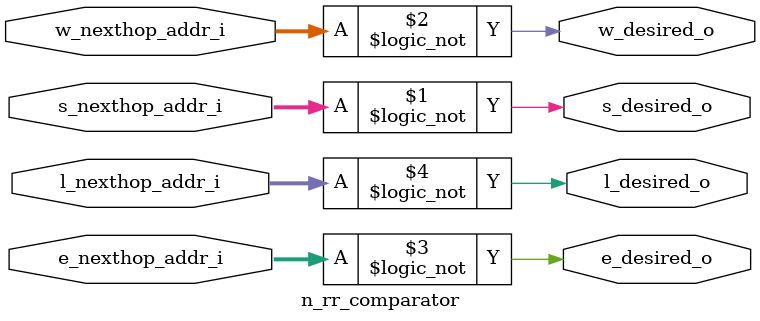
<source format=sv>

module n_rr_comparator (

input [2:0] s_nexthop_addr_i,
input [2:0] w_nexthop_addr_i,
input [2:0] e_nexthop_addr_i,
input [2:0] l_nexthop_addr_i,

output s_desired_o,
output w_desired_o,
output e_desired_o,
output l_desired_o

);


assign s_desired_o = (s_nexthop_addr_i == 3'b000); 
assign w_desired_o = (w_nexthop_addr_i == 3'b000); 
assign e_desired_o = (e_nexthop_addr_i == 3'b000); 
assign l_desired_o = (l_nexthop_addr_i == 3'b000); 

endmodule

</source>
